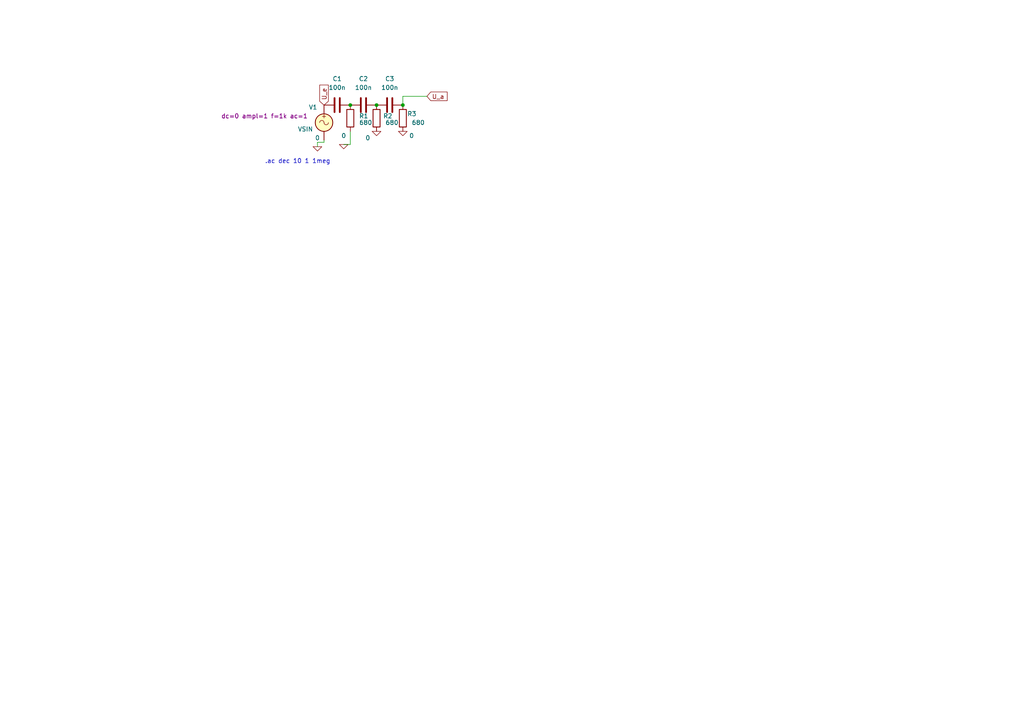
<source format=kicad_sch>
(kicad_sch (version 20230121) (generator eeschema)

  (uuid adeca3f7-bf5c-4560-ae51-7ba47bc54d9e)

  (paper "A4")

  (lib_symbols
    (symbol "Device:C" (pin_numbers hide) (pin_names (offset 0.254)) (in_bom yes) (on_board yes)
      (property "Reference" "C" (at 0.635 2.54 0)
        (effects (font (size 1.27 1.27)) (justify left))
      )
      (property "Value" "C" (at 0.635 -2.54 0)
        (effects (font (size 1.27 1.27)) (justify left))
      )
      (property "Footprint" "" (at 0.9652 -3.81 0)
        (effects (font (size 1.27 1.27)) hide)
      )
      (property "Datasheet" "~" (at 0 0 0)
        (effects (font (size 1.27 1.27)) hide)
      )
      (property "ki_keywords" "cap capacitor" (at 0 0 0)
        (effects (font (size 1.27 1.27)) hide)
      )
      (property "ki_description" "Unpolarized capacitor" (at 0 0 0)
        (effects (font (size 1.27 1.27)) hide)
      )
      (property "ki_fp_filters" "C_*" (at 0 0 0)
        (effects (font (size 1.27 1.27)) hide)
      )
      (symbol "C_0_1"
        (polyline
          (pts
            (xy -2.032 -0.762)
            (xy 2.032 -0.762)
          )
          (stroke (width 0.508) (type default))
          (fill (type none))
        )
        (polyline
          (pts
            (xy -2.032 0.762)
            (xy 2.032 0.762)
          )
          (stroke (width 0.508) (type default))
          (fill (type none))
        )
      )
      (symbol "C_1_1"
        (pin passive line (at 0 3.81 270) (length 2.794)
          (name "~" (effects (font (size 1.27 1.27))))
          (number "1" (effects (font (size 1.27 1.27))))
        )
        (pin passive line (at 0 -3.81 90) (length 2.794)
          (name "~" (effects (font (size 1.27 1.27))))
          (number "2" (effects (font (size 1.27 1.27))))
        )
      )
    )
    (symbol "Device:R" (pin_numbers hide) (pin_names (offset 0)) (in_bom yes) (on_board yes)
      (property "Reference" "R" (at 2.032 0 90)
        (effects (font (size 1.27 1.27)))
      )
      (property "Value" "R" (at 0 0 90)
        (effects (font (size 1.27 1.27)))
      )
      (property "Footprint" "" (at -1.778 0 90)
        (effects (font (size 1.27 1.27)) hide)
      )
      (property "Datasheet" "~" (at 0 0 0)
        (effects (font (size 1.27 1.27)) hide)
      )
      (property "ki_keywords" "R res resistor" (at 0 0 0)
        (effects (font (size 1.27 1.27)) hide)
      )
      (property "ki_description" "Resistor" (at 0 0 0)
        (effects (font (size 1.27 1.27)) hide)
      )
      (property "ki_fp_filters" "R_*" (at 0 0 0)
        (effects (font (size 1.27 1.27)) hide)
      )
      (symbol "R_0_1"
        (rectangle (start -1.016 -2.54) (end 1.016 2.54)
          (stroke (width 0.254) (type default))
          (fill (type none))
        )
      )
      (symbol "R_1_1"
        (pin passive line (at 0 3.81 270) (length 1.27)
          (name "~" (effects (font (size 1.27 1.27))))
          (number "1" (effects (font (size 1.27 1.27))))
        )
        (pin passive line (at 0 -3.81 90) (length 1.27)
          (name "~" (effects (font (size 1.27 1.27))))
          (number "2" (effects (font (size 1.27 1.27))))
        )
      )
    )
    (symbol "Simulation_SPICE:0" (power) (pin_names (offset 0)) (in_bom yes) (on_board yes)
      (property "Reference" "#GND" (at 0 -2.54 0)
        (effects (font (size 1.27 1.27)) hide)
      )
      (property "Value" "0" (at 0 -1.778 0)
        (effects (font (size 1.27 1.27)))
      )
      (property "Footprint" "" (at 0 0 0)
        (effects (font (size 1.27 1.27)) hide)
      )
      (property "Datasheet" "~" (at 0 0 0)
        (effects (font (size 1.27 1.27)) hide)
      )
      (property "ki_keywords" "simulation" (at 0 0 0)
        (effects (font (size 1.27 1.27)) hide)
      )
      (property "ki_description" "0V reference potential for simulation" (at 0 0 0)
        (effects (font (size 1.27 1.27)) hide)
      )
      (symbol "0_0_1"
        (polyline
          (pts
            (xy -1.27 0)
            (xy 0 -1.27)
            (xy 1.27 0)
            (xy -1.27 0)
          )
          (stroke (width 0) (type default))
          (fill (type none))
        )
      )
      (symbol "0_1_1"
        (pin power_in line (at 0 0 0) (length 0) hide
          (name "0" (effects (font (size 1.016 1.016))))
          (number "1" (effects (font (size 1.016 1.016))))
        )
      )
    )
    (symbol "Simulation_SPICE:VSIN" (pin_numbers hide) (pin_names (offset 0.0254)) (in_bom yes) (on_board yes)
      (property "Reference" "V" (at 2.54 2.54 0)
        (effects (font (size 1.27 1.27)) (justify left))
      )
      (property "Value" "VSIN" (at 2.54 0 0)
        (effects (font (size 1.27 1.27)) (justify left))
      )
      (property "Footprint" "" (at 0 0 0)
        (effects (font (size 1.27 1.27)) hide)
      )
      (property "Datasheet" "~" (at 0 0 0)
        (effects (font (size 1.27 1.27)) hide)
      )
      (property "Sim.Pins" "1=+ 2=-" (at 0 0 0)
        (effects (font (size 1.27 1.27)) hide)
      )
      (property "Sim.Params" "dc=0 ampl=1 f=1k ac=1" (at 2.54 -2.54 0)
        (effects (font (size 1.27 1.27)) (justify left))
      )
      (property "Sim.Type" "SIN" (at 0 0 0)
        (effects (font (size 1.27 1.27)) hide)
      )
      (property "Sim.Device" "V" (at 0 0 0)
        (effects (font (size 1.27 1.27)) (justify left) hide)
      )
      (property "ki_keywords" "simulation ac vac" (at 0 0 0)
        (effects (font (size 1.27 1.27)) hide)
      )
      (property "ki_description" "Voltage source, sinusoidal" (at 0 0 0)
        (effects (font (size 1.27 1.27)) hide)
      )
      (symbol "VSIN_0_0"
        (arc (start 0 0) (mid -0.635 0.6323) (end -1.27 0)
          (stroke (width 0) (type default))
          (fill (type none))
        )
        (arc (start 0 0) (mid 0.635 -0.6323) (end 1.27 0)
          (stroke (width 0) (type default))
          (fill (type none))
        )
        (text "+" (at 0 1.905 0)
          (effects (font (size 1.27 1.27)))
        )
      )
      (symbol "VSIN_0_1"
        (circle (center 0 0) (radius 2.54)
          (stroke (width 0.254) (type default))
          (fill (type background))
        )
      )
      (symbol "VSIN_1_1"
        (pin passive line (at 0 5.08 270) (length 2.54)
          (name "~" (effects (font (size 1.27 1.27))))
          (number "1" (effects (font (size 1.27 1.27))))
        )
        (pin passive line (at 0 -5.08 90) (length 2.54)
          (name "~" (effects (font (size 1.27 1.27))))
          (number "2" (effects (font (size 1.27 1.27))))
        )
      )
    )
  )

  (junction (at 116.84 30.48) (diameter 0) (color 0 0 0 0)
    (uuid 09f0b028-94a6-4989-9e1d-1d108a7975e9)
  )
  (junction (at 101.6 30.48) (diameter 0) (color 0 0 0 0)
    (uuid 774e2ed2-cc72-4f2b-bfc4-e351e5ebe1e8)
  )
  (junction (at 109.22 30.48) (diameter 0) (color 0 0 0 0)
    (uuid a6c255c4-23d1-49a6-b7df-7d43b1299fc7)
  )

  (wire (pts (xy 101.6 41.91) (xy 101.6 38.1))
    (stroke (width 0) (type default))
    (uuid 00b83b4d-0270-4b71-a34f-d4f9bf9fba25)
  )
  (wire (pts (xy 92.075 42.545) (xy 92.075 41.275))
    (stroke (width 0) (type default))
    (uuid 2da2e80c-53d7-4f1f-84f1-8414ca9b48b3)
  )
  (wire (pts (xy 123.825 27.94) (xy 116.84 27.94))
    (stroke (width 0) (type default))
    (uuid 552df3af-a687-4a16-8f56-a03b9f96d0c5)
  )
  (wire (pts (xy 99.695 41.91) (xy 101.6 41.91))
    (stroke (width 0) (type default))
    (uuid 750a64d4-14f3-4fbb-ac47-c02a82d18ad6)
  )
  (wire (pts (xy 92.075 41.275) (xy 93.98 41.275))
    (stroke (width 0) (type default))
    (uuid 95c86bb1-65c5-45a5-a708-33db9f943e9e)
  )
  (wire (pts (xy 116.84 27.94) (xy 116.84 30.48))
    (stroke (width 0) (type default))
    (uuid 96b8e2a6-cbc7-450a-b0bc-81e222116a52)
  )
  (wire (pts (xy 93.98 41.275) (xy 93.98 40.64))
    (stroke (width 0) (type default))
    (uuid 9a599f80-ebd6-4a79-8e8a-cfe3dd9a5088)
  )

  (text ".ac dec 10 1 1meg" (at 76.835 47.625 0)
    (effects (font (size 1.27 1.27)) (justify left bottom))
    (uuid f375d2aa-313e-4c0c-ac5a-0e8cb130812e)
  )

  (global_label "U_e" (shape input) (at 93.98 30.48 90) (fields_autoplaced)
    (effects (font (size 1.27 1.27)) (justify left))
    (uuid ac95130c-4489-466c-b8ce-bdd9c5a3357c)
    (property "Intersheetrefs" "${INTERSHEET_REFS}" (at 93.98 24.1081 90)
      (effects (font (size 1.27 1.27)) (justify left) hide)
    )
  )
  (global_label "U_a" (shape input) (at 123.825 27.94 0) (fields_autoplaced)
    (effects (font (size 1.27 1.27)) (justify left))
    (uuid fd2af00d-b7a5-4858-b23f-36e3e83e66f7)
    (property "Intersheetrefs" "${INTERSHEET_REFS}" (at 130.2573 27.94 0)
      (effects (font (size 1.27 1.27)) (justify left) hide)
    )
  )

  (symbol (lib_id "Device:R") (at 109.22 34.29 180) (unit 1)
    (in_bom yes) (on_board yes) (dnp no)
    (uuid 40176ea5-ecb4-41c6-b1c7-7bcb3c0c4975)
    (property "Reference" "R2" (at 111.125 33.655 0)
      (effects (font (size 1.27 1.27)) (justify right))
    )
    (property "Value" "680" (at 111.76 35.56 0)
      (effects (font (size 1.27 1.27)) (justify right))
    )
    (property "Footprint" "" (at 110.998 34.29 90)
      (effects (font (size 1.27 1.27)) hide)
    )
    (property "Datasheet" "~" (at 109.22 34.29 0)
      (effects (font (size 1.27 1.27)) hide)
    )
    (property "Sim.Device" "R" (at 218.44 0 0)
      (effects (font (size 1.27 1.27)) hide)
    )
    (property "Sim.Pins" "1=+ 2=-" (at 218.44 0 0)
      (effects (font (size 1.27 1.27)) hide)
    )
    (pin "2" (uuid 1542109d-d048-43a9-8b47-943b83a3394a))
    (pin "1" (uuid 2dc07eec-812d-4382-8077-8f4f3d2997f4))
    (instances
      (project "hochpass_passive"
        (path "/adeca3f7-bf5c-4560-ae51-7ba47bc54d9e"
          (reference "R2") (unit 1)
        )
      )
    )
  )

  (symbol (lib_id "Simulation_SPICE:0") (at 116.84 38.1 0) (unit 1)
    (in_bom yes) (on_board yes) (dnp no)
    (uuid 475423af-da79-4d5e-8037-91f1cb633181)
    (property "Reference" "#GND01" (at 116.84 40.64 0)
      (effects (font (size 1.27 1.27)) hide)
    )
    (property "Value" "0" (at 119.38 39.37 0)
      (effects (font (size 1.27 1.27)))
    )
    (property "Footprint" "" (at 116.84 38.1 0)
      (effects (font (size 1.27 1.27)) hide)
    )
    (property "Datasheet" "~" (at 116.84 38.1 0)
      (effects (font (size 1.27 1.27)) hide)
    )
    (pin "1" (uuid f81b248b-80ac-48f1-a26d-105e6a7398a6))
    (instances
      (project "hochpass_passive"
        (path "/adeca3f7-bf5c-4560-ae51-7ba47bc54d9e"
          (reference "#GND01") (unit 1)
        )
      )
    )
  )

  (symbol (lib_id "Device:C") (at 97.79 30.48 270) (unit 1)
    (in_bom yes) (on_board yes) (dnp no) (fields_autoplaced)
    (uuid 549a6b2c-5ef5-467d-8ae2-f9a70e98a00d)
    (property "Reference" "C1" (at 97.79 22.86 90)
      (effects (font (size 1.27 1.27)))
    )
    (property "Value" "100n" (at 97.79 25.4 90)
      (effects (font (size 1.27 1.27)))
    )
    (property "Footprint" "" (at 93.98 31.4452 0)
      (effects (font (size 1.27 1.27)) hide)
    )
    (property "Datasheet" "~" (at 97.79 30.48 0)
      (effects (font (size 1.27 1.27)) hide)
    )
    (pin "1" (uuid 014a66f2-343e-410f-a138-2363da78efb1))
    (pin "2" (uuid 4b72d3c4-5af6-405e-affe-30eaef677d30))
    (instances
      (project "hochpass_passive"
        (path "/adeca3f7-bf5c-4560-ae51-7ba47bc54d9e"
          (reference "C1") (unit 1)
        )
      )
    )
  )

  (symbol (lib_id "Device:R") (at 116.84 34.29 180) (unit 1)
    (in_bom yes) (on_board yes) (dnp no)
    (uuid 5ce727d6-3eef-4b2c-8da1-5d19bd680d90)
    (property "Reference" "R3" (at 118.11 33.02 0)
      (effects (font (size 1.27 1.27)) (justify right))
    )
    (property "Value" "680" (at 119.38 35.56 0)
      (effects (font (size 1.27 1.27)) (justify right))
    )
    (property "Footprint" "" (at 118.618 34.29 90)
      (effects (font (size 1.27 1.27)) hide)
    )
    (property "Datasheet" "~" (at 116.84 34.29 0)
      (effects (font (size 1.27 1.27)) hide)
    )
    (property "Sim.Device" "R" (at 233.68 0 0)
      (effects (font (size 1.27 1.27)) hide)
    )
    (property "Sim.Pins" "1=+ 2=-" (at 233.68 0 0)
      (effects (font (size 1.27 1.27)) hide)
    )
    (pin "2" (uuid e4cc2440-1df8-41d6-b31e-9904244edadc))
    (pin "1" (uuid 3de3d483-1bef-4844-9d6f-2815a63cf7cd))
    (instances
      (project "hochpass_passive"
        (path "/adeca3f7-bf5c-4560-ae51-7ba47bc54d9e"
          (reference "R3") (unit 1)
        )
      )
    )
  )

  (symbol (lib_id "Device:R") (at 101.6 34.29 180) (unit 1)
    (in_bom yes) (on_board yes) (dnp no)
    (uuid 6829b6e3-b004-4b08-a609-c156e4e0a5c8)
    (property "Reference" "R1" (at 104.14 33.655 0)
      (effects (font (size 1.27 1.27)) (justify right))
    )
    (property "Value" "680" (at 104.14 35.56 0)
      (effects (font (size 1.27 1.27)) (justify right))
    )
    (property "Footprint" "" (at 103.378 34.29 90)
      (effects (font (size 1.27 1.27)) hide)
    )
    (property "Datasheet" "~" (at 101.6 34.29 0)
      (effects (font (size 1.27 1.27)) hide)
    )
    (property "Sim.Device" "R" (at 203.2 0 0)
      (effects (font (size 1.27 1.27)) hide)
    )
    (property "Sim.Pins" "1=+ 2=-" (at 203.2 0 0)
      (effects (font (size 1.27 1.27)) hide)
    )
    (pin "2" (uuid bf2a734a-b702-4f16-b534-6d59ef562804))
    (pin "1" (uuid 298540a5-a336-403d-816e-4b798adb6429))
    (instances
      (project "hochpass_passive"
        (path "/adeca3f7-bf5c-4560-ae51-7ba47bc54d9e"
          (reference "R1") (unit 1)
        )
      )
    )
  )

  (symbol (lib_id "Simulation_SPICE:0") (at 109.22 38.1 0) (unit 1)
    (in_bom yes) (on_board yes) (dnp no)
    (uuid a2b76634-68a6-4c4e-a478-bae29f4f3f80)
    (property "Reference" "#GND02" (at 109.22 40.64 0)
      (effects (font (size 1.27 1.27)) hide)
    )
    (property "Value" "0" (at 106.68 40.005 0)
      (effects (font (size 1.27 1.27)))
    )
    (property "Footprint" "" (at 109.22 38.1 0)
      (effects (font (size 1.27 1.27)) hide)
    )
    (property "Datasheet" "~" (at 109.22 38.1 0)
      (effects (font (size 1.27 1.27)) hide)
    )
    (pin "1" (uuid 553fb844-ed8d-4e12-b299-ac348b036be0))
    (instances
      (project "hochpass_passive"
        (path "/adeca3f7-bf5c-4560-ae51-7ba47bc54d9e"
          (reference "#GND02") (unit 1)
        )
      )
    )
  )

  (symbol (lib_id "Device:C") (at 113.03 30.48 270) (unit 1)
    (in_bom yes) (on_board yes) (dnp no) (fields_autoplaced)
    (uuid acb606e8-f309-4e1d-8030-385aff292044)
    (property "Reference" "C3" (at 113.03 22.86 90)
      (effects (font (size 1.27 1.27)))
    )
    (property "Value" "100n" (at 113.03 25.4 90)
      (effects (font (size 1.27 1.27)))
    )
    (property "Footprint" "" (at 109.22 31.4452 0)
      (effects (font (size 1.27 1.27)) hide)
    )
    (property "Datasheet" "~" (at 113.03 30.48 0)
      (effects (font (size 1.27 1.27)) hide)
    )
    (pin "1" (uuid ef649aea-31e5-4274-8bdd-b6c15d917e8f))
    (pin "2" (uuid fa42ca35-11a8-4b71-b2e4-ea6602cd9b1e))
    (instances
      (project "hochpass_passive"
        (path "/adeca3f7-bf5c-4560-ae51-7ba47bc54d9e"
          (reference "C3") (unit 1)
        )
      )
    )
  )

  (symbol (lib_id "Simulation_SPICE:VSIN") (at 93.98 35.56 0) (unit 1)
    (in_bom yes) (on_board yes) (dnp no)
    (uuid ad7717dc-22cb-44e2-bef5-9089921b7a51)
    (property "Reference" "V1" (at 89.535 31.115 0)
      (effects (font (size 1.27 1.27)) (justify left))
    )
    (property "Value" "VSIN" (at 86.36 37.465 0)
      (effects (font (size 1.27 1.27)) (justify left))
    )
    (property "Footprint" "" (at 93.98 35.56 0)
      (effects (font (size 1.27 1.27)) hide)
    )
    (property "Datasheet" "~" (at 93.98 35.56 0)
      (effects (font (size 1.27 1.27)) hide)
    )
    (property "Sim.Pins" "1=+ 2=-" (at 93.98 35.56 0)
      (effects (font (size 1.27 1.27)) hide)
    )
    (property "Sim.Params" "dc=0 ampl=1 f=1k ac=1" (at 64.135 33.655 0)
      (effects (font (size 1.27 1.27)) (justify left))
    )
    (property "Sim.Type" "SIN" (at 93.98 35.56 0)
      (effects (font (size 1.27 1.27)) hide)
    )
    (property "Sim.Device" "V" (at 93.98 35.56 0)
      (effects (font (size 1.27 1.27)) (justify left) hide)
    )
    (pin "2" (uuid 8b117a39-9596-47db-a1ec-1b0b72ceb1ca))
    (pin "1" (uuid b9c4e2f5-2b78-466d-9393-dac913241adf))
    (instances
      (project "hochpass_passive"
        (path "/adeca3f7-bf5c-4560-ae51-7ba47bc54d9e"
          (reference "V1") (unit 1)
        )
      )
    )
  )

  (symbol (lib_id "Device:C") (at 105.41 30.48 270) (unit 1)
    (in_bom yes) (on_board yes) (dnp no) (fields_autoplaced)
    (uuid adcac66b-18b7-4d19-9e3f-ae8ad8af8246)
    (property "Reference" "C2" (at 105.41 22.86 90)
      (effects (font (size 1.27 1.27)))
    )
    (property "Value" "100n" (at 105.41 25.4 90)
      (effects (font (size 1.27 1.27)))
    )
    (property "Footprint" "" (at 101.6 31.4452 0)
      (effects (font (size 1.27 1.27)) hide)
    )
    (property "Datasheet" "~" (at 105.41 30.48 0)
      (effects (font (size 1.27 1.27)) hide)
    )
    (pin "1" (uuid f4922772-e9eb-4641-8ce5-9cde184f6ddf))
    (pin "2" (uuid 66b32031-ec32-4ef5-b554-6d1d9bbd5627))
    (instances
      (project "hochpass_passive"
        (path "/adeca3f7-bf5c-4560-ae51-7ba47bc54d9e"
          (reference "C2") (unit 1)
        )
      )
    )
  )

  (symbol (lib_id "Simulation_SPICE:0") (at 92.075 42.545 0) (unit 1)
    (in_bom yes) (on_board yes) (dnp no) (fields_autoplaced)
    (uuid cb833faa-2e64-4d66-9392-80161a8ca2d1)
    (property "Reference" "#GND04" (at 92.075 45.085 0)
      (effects (font (size 1.27 1.27)) hide)
    )
    (property "Value" "0" (at 92.075 40.005 0)
      (effects (font (size 1.27 1.27)))
    )
    (property "Footprint" "" (at 92.075 42.545 0)
      (effects (font (size 1.27 1.27)) hide)
    )
    (property "Datasheet" "~" (at 92.075 42.545 0)
      (effects (font (size 1.27 1.27)) hide)
    )
    (pin "1" (uuid a1a884cc-03a2-4f3b-b5c5-68196b4607bf))
    (instances
      (project "hochpass_passive"
        (path "/adeca3f7-bf5c-4560-ae51-7ba47bc54d9e"
          (reference "#GND04") (unit 1)
        )
      )
    )
  )

  (symbol (lib_id "Simulation_SPICE:0") (at 99.695 41.91 0) (unit 1)
    (in_bom yes) (on_board yes) (dnp no) (fields_autoplaced)
    (uuid f58dbcc9-c788-48a2-826a-5c7df49928e4)
    (property "Reference" "#GND03" (at 99.695 44.45 0)
      (effects (font (size 1.27 1.27)) hide)
    )
    (property "Value" "0" (at 99.695 39.37 0)
      (effects (font (size 1.27 1.27)))
    )
    (property "Footprint" "" (at 99.695 41.91 0)
      (effects (font (size 1.27 1.27)) hide)
    )
    (property "Datasheet" "~" (at 99.695 41.91 0)
      (effects (font (size 1.27 1.27)) hide)
    )
    (pin "1" (uuid 3126606f-df13-42c1-b675-d5a31652ee33))
    (instances
      (project "hochpass_passive"
        (path "/adeca3f7-bf5c-4560-ae51-7ba47bc54d9e"
          (reference "#GND03") (unit 1)
        )
      )
    )
  )

  (sheet_instances
    (path "/" (page "1"))
  )
)

</source>
